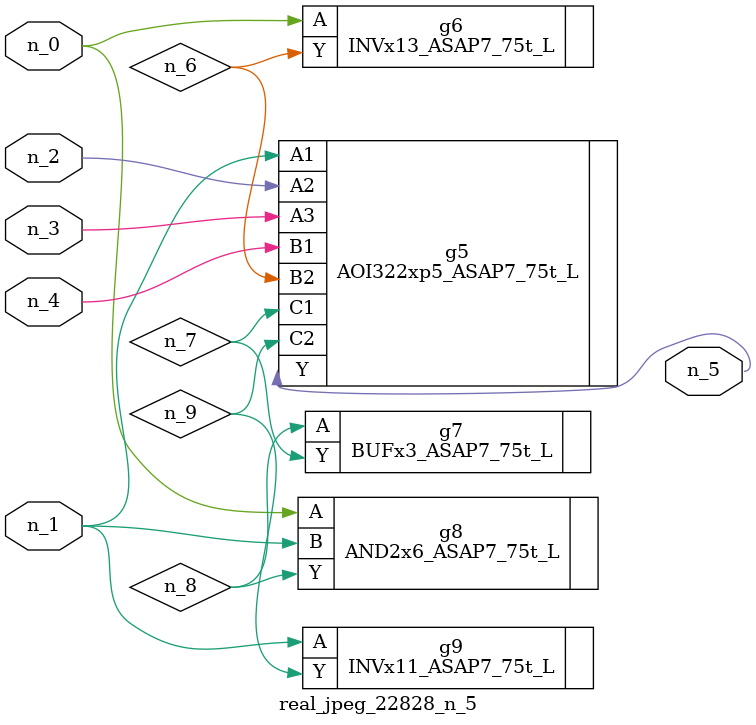
<source format=v>
module real_jpeg_22828_n_5 (n_4, n_0, n_1, n_2, n_3, n_5);

input n_4;
input n_0;
input n_1;
input n_2;
input n_3;

output n_5;

wire n_8;
wire n_6;
wire n_7;
wire n_9;

INVx13_ASAP7_75t_L g6 ( 
.A(n_0),
.Y(n_6)
);

AND2x6_ASAP7_75t_L g8 ( 
.A(n_0),
.B(n_1),
.Y(n_8)
);

AOI322xp5_ASAP7_75t_L g5 ( 
.A1(n_1),
.A2(n_2),
.A3(n_3),
.B1(n_4),
.B2(n_6),
.C1(n_7),
.C2(n_9),
.Y(n_5)
);

INVx11_ASAP7_75t_L g9 ( 
.A(n_1),
.Y(n_9)
);

BUFx3_ASAP7_75t_L g7 ( 
.A(n_8),
.Y(n_7)
);


endmodule
</source>
